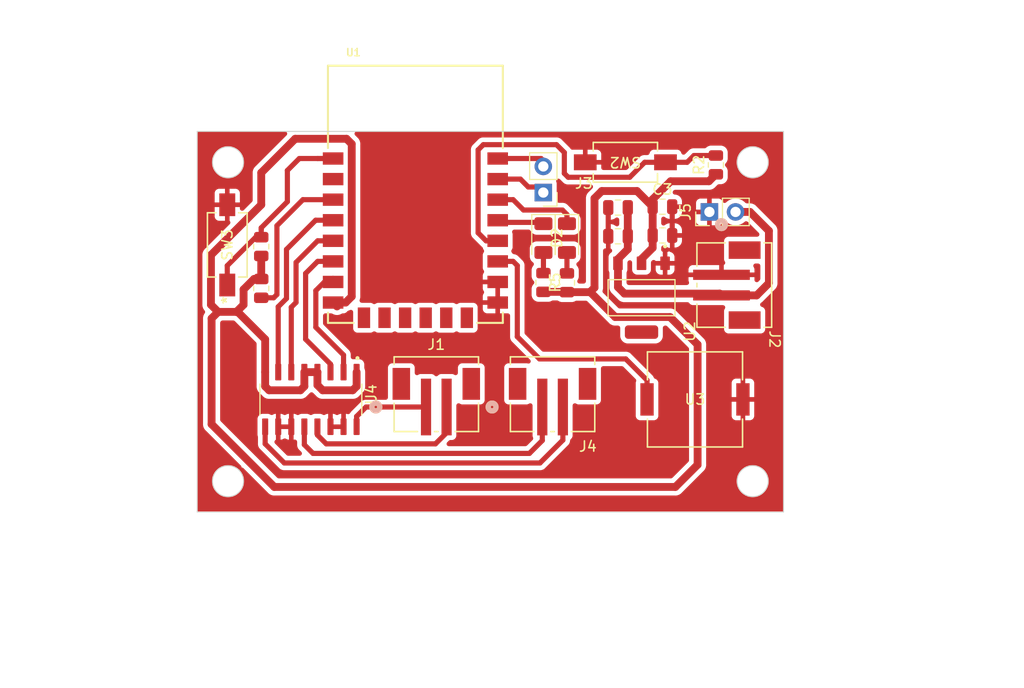
<source format=kicad_pcb>
(kicad_pcb (version 20221018) (generator pcbnew)
  (layers (0 "F.Cu" signal) (31 "B.Cu" signal) (34 "B.Paste" user) (35 "F.Paste" user) (36 "B.SilkS" user "B.Silkscreen") (37 "F.SilkS" user "F.Silkscreen") (38 "B.Mask" user) (39 "F.Mask" user) (44 "Edge.Cuts" user))
  (net 0 "")
  (net 1 "GND")
  (net 2 "VCC")
  (net 3 "/LED2")
  (net 4 "Net-(D1-A)")
  (net 5 "/LED1")
  (net 6 "Net-(J3-Pin_1)")
  (net 7 "Net-(J3-Pin_2)")
  (net 8 "Net-(U1-RST)")
  (net 9 "/boot")
  (net 10 "Net-(U1-EN)")
  (net 12 "/buzzer")
  (net 19 "/VIN")
  (net 20 "Net-(U4A-OUTA1)")
  (net 21 "Net-(D2-A)")
  (net 22 "Net-(U4A-OUTB1)")
  (net 23 "Net-(U4A-OUTA2)")
  (net 24 "Net-(U4A-OUTB2)")
  (net 25 "/in4")
  (net 26 "/in3")
  (net 27 "/in1")
  (net 28 "/in2")
  (footprint "Capacitor_SMD:C_0805_2012Metric" (layer "F.Cu") (at 80.9098 32.4015)
    (fp_text reference "C2" hide)
    (fp_text value "C")
    (fp_line (start -0.261252 -0.735) (end 0.261252 -0.735) (stroke (width 0.12)) (layer "F.SilkS"))
    (fp_line (start -0.261252 0.735) (end 0.261252 0.735) (stroke (width 0.12)) (layer "F.SilkS"))
    (pad "1" smd roundrect (at -0.95 0) (size 1 1.45) (layers "F.Cu" "F.Paste" "F.Mask") (net 1 "GND"))
    (pad "2" smd roundrect (at 0.95 0) (size 1 1.45) (layers "F.Cu" "F.Paste" "F.Mask") (net 19 "/VIN"))
  )
  (footprint "esp_lib:CONN_B2B-PH-SM4-TBLFSN_JST" (layer "F.Cu") (at 63.246 50.546)
    (fp_text reference "J1" (at 0 -4.826 unlocked) (layer "F.SilkS"))
    (fp_text value "B2B-PH-SM4-TBLFSN" hide)
    (fp_circle (center -5.8801 1.244801) (end -5.4991 1.244801) (stroke (width 0.508)) (fill none) (layer "B.SilkS"))
    (fp_line (start -4.1021 -3.6322) (end -4.1021 -2.88734) (stroke (width 0.1524)) (layer "F.SilkS"))
    (fp_line (start -4.1021 0.87694) (end -4.1021 3.6322) (stroke (width 0.1524)) (layer "F.SilkS"))
    (fp_line (start -4.1021 3.6322) (end -1.828041 3.6322) (stroke (width 0.1524)) (layer "F.SilkS"))
    (fp_line (start -0.171961 3.6322) (end 0.171961 3.6322) (stroke (width 0.1524)) (layer "F.SilkS"))
    (fp_line (start 1.828041 3.6322) (end 4.1021 3.6322) (stroke (width 0.1524)) (layer "F.SilkS"))
    (fp_line (start 4.1021 -3.6322) (end -4.1021 -3.6322) (stroke (width 0.1524)) (layer "F.SilkS"))
    (fp_line (start 4.1021 -2.88734) (end 4.1021 -3.6322) (stroke (width 0.1524)) (layer "F.SilkS"))
    (fp_line (start 4.1021 3.6322) (end 4.1021 0.87694) (stroke (width 0.1524)) (layer "F.SilkS"))
    (fp_circle (center -5.8801 1.244801) (end -5.4991 1.244801) (stroke (width 0.508)) (fill none) (layer "F.SilkS"))
    (pad "1" smd rect (at -1.000001 1.244801) (size 0.9906 5.5118) (layers "F.Cu" "F.Paste" "F.Mask") (net 20 "Net-(U4A-OUTA1)"))
    (pad "2" smd rect (at 1.000001 1.244801) (size 0.9906 5.5118) (layers "F.Cu" "F.Paste" "F.Mask") (net 22 "Net-(U4A-OUTB1)"))
    (pad "3" smd rect (at -3.399998 -1.0052 90) (size 3.0988 1.7018) (layers "F.Cu" "F.Paste" "F.Mask"))
    (pad "4" smd rect (at 3.399998 -1.0052 90) (size 3.0988 1.7018) (layers "F.Cu" "F.Paste" "F.Mask"))
  )
  (footprint "LED_SMD:LED_1206_3216Metric" (layer "F.Cu") (at 73.66 35.368 -90)
    (fp_text reference "D2" (at 0 -1.312 90) (layer "F.SilkS"))
    (fp_text value "LED" hide)
    (fp_line (start -2.285 -1.135) (end -2.285 1.135) (stroke (width 0.12)) (layer "F.SilkS"))
    (fp_line (start -2.285 1.135) (end 1.6 1.135) (stroke (width 0.12)) (layer "F.SilkS"))
    (fp_line (start 1.6 -1.135) (end -2.285 -1.135) (stroke (width 0.12)) (layer "F.SilkS"))
    (pad "1" smd roundrect (at -1.4 0 270) (size 1.25 1.75) (layers "F.Cu" "F.Paste" "F.Mask") (roundrect_rratio 0.2) (net 5 "/LED1"))
    (pad "2" smd roundrect (at 1.4 0 270) (size 1.25 1.75) (layers "F.Cu" "F.Paste" "F.Mask") (roundrect_rratio 0.2) (net 21 "Net-(D2-A)"))
  )
  (footprint "esp_lib:ESP-12F" (layer "F.Cu") (at 61.214 31.115)
    (fp_text reference "U1" (at -6.03654 -13.788698) (layer "F.SilkS") (effects (font (size 0.700469 0.700469))))
    (fp_text value "ESP-12F")
    (fp_line (start -8.5 -12.5) (end -8.5 -4.5) (stroke (width 0.2)) (layer "F.SilkS"))
    (fp_line (start -8.5 -12.5) (end 8.5 -12.5) (stroke (width 0.2)) (layer "F.SilkS"))
    (fp_line (start -8.5 11.5) (end -8.5 12.5) (stroke (width 0.2)) (layer "F.SilkS"))
    (fp_line (start -8.5 12.5) (end -6 12.5) (stroke (width 0.2)) (layer "F.SilkS"))
    (fp_line (start 8.5 -12.5) (end 8.5 -4.5) (stroke (width 0.2)) (layer "F.SilkS"))
    (fp_line (start 8.5 12.5) (end 6 12.5) (stroke (width 0.2)) (layer "F.SilkS"))
    (fp_line (start 8.5 12.5) (end 8.5 11.5) (stroke (width 0.2)) (layer "F.SilkS"))
    (pad "1" smd rect (at -8 -3.48) (size 2 1.2) (layers "F.Cu" "F.Paste" "F.Mask") (net 8 "Net-(U1-RST)"))
    (pad "2" smd rect (at -8 -1.48) (size 2 1.2) (layers "F.Cu" "F.Paste" "F.Mask"))
    (pad "3" smd rect (at -8 0.52) (size 2 1.2) (layers "F.Cu" "F.Paste" "F.Mask") (net 10 "Net-(U1-EN)"))
    (pad "4" smd rect (at -8 2.52) (size 2 1.2) (layers "F.Cu" "F.Paste" "F.Mask") (net 28 "/in2"))
    (pad "5" smd rect (at -8 4.52) (size 2 1.2) (layers "F.Cu" "F.Paste" "F.Mask") (net 27 "/in1"))
    (pad "6" smd rect (at -8 6.52) (size 2 1.2) (layers "F.Cu" "F.Paste" "F.Mask") (net 25 "/in4"))
    (pad "7" smd rect (at -8 8.52) (size 2 1.2) (layers "F.Cu" "F.Paste" "F.Mask") (net 26 "/in3"))
    (pad "8" smd rect (at -8 10.52) (size 2 1.2) (layers "F.Cu" "F.Paste" "F.Mask") (net 2 "VCC"))
    (pad "9" smd rect (at -5 12 90) (size 2 1.2) (layers "F.Cu" "F.Paste" "F.Mask"))
    (pad "10" smd rect (at -3 12 90) (size 2 1.2) (layers "F.Cu" "F.Paste" "F.Mask"))
    (pad "11" smd rect (at -1 12 90) (size 2 1.2) (layers "F.Cu" "F.Paste" "F.Mask"))
    (pad "12" smd rect (at 1 12 90) (size 2 1.2) (layers "F.Cu" "F.Paste" "F.Mask"))
    (pad "13" smd rect (at 3 12 90) (size 2 1.2) (layers "F.Cu" "F.Paste" "F.Mask"))
    (pad "14" smd rect (at 5 12 90) (size 2 1.2) (layers "F.Cu" "F.Paste" "F.Mask"))
    (pad "15" smd rect (at 8 10.52) (size 2 1.2) (layers "F.Cu" "F.Paste" "F.Mask") (net 1 "GND"))
    (pad "16" smd rect (at 8 8.52) (size 2 1.2) (layers "F.Cu" "F.Paste" "F.Mask") (net 1 "GND"))
    (pad "17" smd rect (at 8 6.52) (size 2 1.2) (layers "F.Cu" "F.Paste" "F.Mask") (net 12 "/buzzer"))
    (pad "18" smd rect (at 8 4.52) (size 2 1.2) (layers "F.Cu" "F.Paste" "F.Mask") (net 9 "/boot"))
    (pad "19" smd rect (at 8 2.52) (size 2 1.2) (layers "F.Cu" "F.Paste" "F.Mask") (net 5 "/LED1"))
    (pad "20" smd rect (at 8 0.52) (size 2 1.2) (layers "F.Cu" "F.Paste" "F.Mask") (net 3 "/LED2"))
    (pad "21" smd rect (at 8 -1.48) (size 2 1.2) (layers "F.Cu" "F.Paste" "F.Mask") (net 6 "Net-(J3-Pin_1)"))
    (pad "22" smd rect (at 8 -3.48) (size 2 1.2) (layers "F.Cu" "F.Paste" "F.Mask") (net 7 "Net-(J3-Pin_2)"))
  )
  (footprint "esp_lib:RS-282G05A3-SM RT_CNK" (layer "F.Cu") (at 42.926 36.031698 90)
    (fp_text reference "SW3" (at 0 0 90 unlocked) (layer "F.SilkS"))
    (fp_text value "RS-282G05A3-SM RT")
    (fp_text user "*" (at -5.3866 0 90 unlocked) (layer "F.SilkS"))
    (fp_text user "*" (at -5.3866 0 90) (layer "F.SilkS"))
    (fp_line (start -3.1242 -1.9304) (end -3.1242 -1.10744) (stroke (width 0.1524)) (layer "F.SilkS"))
    (fp_line (start -3.1242 1.10744) (end -3.1242 1.9304) (stroke (width 0.1524)) (layer "F.SilkS"))
    (fp_line (start -3.1242 1.9304) (end 3.1242 1.9304) (stroke (width 0.1524)) (layer "F.SilkS"))
    (fp_line (start 3.1242 -1.9304) (end -3.1242 -1.9304) (stroke (width 0.1524)) (layer "F.SilkS"))
    (fp_line (start 3.1242 -1.10744) (end 3.1242 -1.9304) (stroke (width 0.1524)) (layer "F.SilkS"))
    (fp_line (start 3.1242 1.9304) (end 3.1242 1.10744) (stroke (width 0.1524)) (layer "F.SilkS"))
    (pad "1" smd rect (at -3.900698 0 90) (size 2.2098 1.5494) (layers "F.Cu" "F.Paste" "F.Mask") (net 8 "Net-(U1-RST)"))
    (pad "2" smd rect (at 3.900698 0 90) (size 2.2098 1.5494) (layers "F.Cu" "F.Paste" "F.Mask") (net 1 "GND"))
  )
  (footprint "Resistor_SMD:R_0805_2012Metric" (layer "F.Cu") (at 90.424 28.256 90)
    (fp_text reference "R2" (at 0 -1.65 90) (layer "F.SilkS"))
    (fp_text value "R")
    (fp_line (start -0.227064 -0.735) (end 0.227064 -0.735) (stroke (width 0.12)) (layer "F.SilkS"))
    (fp_line (start -0.227064 0.735) (end 0.227064 0.735) (stroke (width 0.12)) (layer "F.SilkS"))
    (pad "1" smd roundrect (at -0.9125 0 90) (size 1.025 1.4) (layers "F.Cu" "F.Paste" "F.Mask") (roundrect_rratio 0.243902439) (net 2 "VCC"))
    (pad "2" smd roundrect (at 0.9125 0 90) (size 1.025 1.4) (layers "F.Cu" "F.Paste" "F.Mask") (roundrect_rratio 0.243902439) (net 9 "/boot"))
  )
  (footprint "Connector_PinHeader_2.54mm:PinHeader_1x02_P2.54mm_Vertical" (layer "F.Cu") (at 89.7948 32.828 90)
    (fp_text reference "J5" (at 0 -2.33 90) (layer "F.SilkS"))
    (fp_text value "Conn_01x02_Pin")
    (fp_line (start -1.33 -1.33) (end 0 -1.33) (stroke (width 0.12)) (layer "F.SilkS"))
    (fp_line (start -1.33 0) (end -1.33 -1.33) (stroke (width 0.12)) (layer "F.SilkS"))
    (fp_line (start -1.33 1.27) (end -1.33 3.87) (stroke (width 0.12)) (layer "F.SilkS"))
    (fp_line (start -1.33 1.27) (end 1.33 1.27) (stroke (width 0.12)) (layer "F.SilkS"))
    (fp_line (start -1.33 3.87) (end 1.33 3.87) (stroke (width 0.12)) (layer "F.SilkS"))
    (fp_line (start 1.33 1.27) (end 1.33 3.87) (stroke (width 0.12)) (layer "F.SilkS"))
    (pad "1" thru_hole rect (at 0 0 90) (size 1.7 1.7) (drill 1) (layers "*.Cu" "*.Mask") (net 1 "GND"))
    (pad "2" thru_hole oval (at 0 2.54 90) (size 1.7 1.7) (drill 1) (layers "*.Cu" "*.Mask") (net 19 "/VIN"))
  )
  (footprint "Resistor_SMD:R_0805_2012Metric" (layer "F.Cu") (at 46.228 36.195 -90)
    (fp_text reference "R1" hide)
    (fp_text value "R" hide)
    (fp_line (start -0.227064 -0.735) (end 0.227064 -0.735) (stroke (width 0.12)) (layer "F.SilkS"))
    (fp_line (start -0.227064 0.735) (end 0.227064 0.735) (stroke (width 0.12)) (layer "F.SilkS"))
    (pad "1" smd roundrect (at -0.9125 0 270) (size 1.025 1.4) (layers "F.Cu" "F.Paste" "F.Mask") (roundrect_rratio 0.243902439) (net 8 "Net-(U1-RST)"))
    (pad "2" smd roundrect (at 0.9125 0 270) (size 1.025 1.4) (layers "F.Cu" "F.Paste" "F.Mask") (roundrect_rratio 0.243902439) (net 2 "VCC"))
  )
  (footprint "esp_lib:SM_CPT_9X9_CUD" (layer "F.Cu") (at 88.392 51.054)
    (fp_text reference "U3" (at 0 0 unlocked) (layer "F.SilkS"))
    (fp_text value "CPT-9019S-SMT-TR")
    (fp_line (start -4.6228 -4.6228) (end -4.6228 -1.90754) (stroke (width 0.1524)) (layer "F.SilkS"))
    (fp_line (start -4.6228 1.90754) (end -4.6228 4.6228) (stroke (width 0.1524)) (layer "F.SilkS"))
    (fp_line (start -4.6228 4.6228) (end 4.6228 4.6228) (stroke (width 0.1524)) (layer "F.SilkS"))
    (fp_line (start 4.6228 -4.6228) (end -4.6228 -4.6228) (stroke (width 0.1524)) (layer "F.SilkS"))
    (fp_line (start 4.6228 -1.90754) (end 4.6228 -4.6228) (stroke (width 0.1524)) (layer "F.SilkS"))
    (fp_line (start 4.6228 4.6228) (end 4.6228 1.90754) (stroke (width 0.1524)) (layer "F.SilkS"))
    (pad "1" smd rect (at -4.6609 0) (size 1.2954 3.1496) (layers "F.Cu" "F.Paste" "F.Mask") (net 12 "/buzzer"))
    (pad "2" smd rect (at 4.6609 0) (size 1.2954 3.1496) (layers "F.Cu" "F.Paste" "F.Mask") (net 1 "GND"))
  )
  (footprint "Capacitor_SMD:C_0805_2012Metric" (layer "F.Cu") (at 85.2278 32.32)
    (fp_text reference "C3" (at 0 -1.68) (layer "F.SilkS"))
    (fp_text value "C")
    (fp_line (start -0.261252 -0.735) (end 0.261252 -0.735) (stroke (width 0.12)) (layer "F.SilkS"))
    (fp_line (start -0.261252 0.735) (end 0.261252 0.735) (stroke (width 0.12)) (layer "F.SilkS"))
    (pad "1" smd roundrect (at -0.95 0) (size 1 1.45) (layers "F.Cu" "F.Paste" "F.Mask") (net 2 "VCC"))
    (pad "2" smd roundrect (at 0.95 0) (size 1 1.45) (layers "F.Cu" "F.Paste" "F.Mask") (net 1 "GND"))
  )
  (footprint "esp_lib:SOT229P700X180-4N" (layer "F.Cu") (at 83.1958 41.1645 -90)
    (fp_text reference "U2" (at 3.2755 -4.695 90) (layer "F.SilkS"))
    (fp_text value "AMS1117-3.3" hide)
    (fp_line (start -1.7525 -3.2525) (end 1.7525 -3.2525) (stroke (width 0.127)) (layer "F.SilkS"))
    (fp_line (start -1.7525 3.2525) (end -1.7525 -3.2525) (stroke (width 0.127)) (layer "F.SilkS"))
    (fp_line (start 1.7525 -3.2525) (end 1.7525 3.2525) (stroke (width 0.127)) (layer "F.SilkS"))
    (fp_line (start 1.7525 3.2525) (end -1.7525 3.2525) (stroke (width 0.127)) (layer "F.SilkS"))
    (fp_circle (center -5 -2.29) (end -4.9 -2.29) (stroke (width 0.2)) (fill none) (layer "F.SilkS"))
    (pad "1" smd roundrect (at -3.345 -2.29 270) (size 1.31 0.93) (layers "F.Cu" "F.Paste" "F.Mask") (roundrect_rratio 0.07) (net 1 "GND"))
    (pad "2" smd roundrect (at -3.345 0 270) (size 1.31 0.93) (layers "F.Cu" "F.Paste" "F.Mask") (roundrect_rratio 0.07) (net 2 "VCC"))
    (pad "3" smd roundrect (at -3.345 2.29 270) (size 1.31 0.93) (layers "F.Cu" "F.Paste" "F.Mask") (roundrect_rratio 0.07) (net 19 "/VIN"))
    (pad "4" smd roundrect (at 3.345 0 270) (size 1.31 3.24) (layers "F.Cu" "F.Paste" "F.Mask") (roundrect_rratio 0.24))
  )
  (footprint "LED_SMD:LED_1206_3216Metric" (layer "F.Cu") (at 75.946 35.368 -90)
    (fp_text reference "D1" hide)
    (fp_text value "LED" hide)
    (fp_line (start -2.285 -1.135) (end -2.285 1.135) (stroke (width 0.12)) (layer "F.SilkS"))
    (fp_line (start -2.285 1.135) (end 1.6 1.135) (stroke (width 0.12)) (layer "F.SilkS"))
    (fp_line (start 1.6 -1.135) (end -2.285 -1.135) (stroke (width 0.12)) (layer "F.SilkS"))
    (pad "1" smd roundrect (at -1.4 0 270) (size 1.25 1.75) (layers "F.Cu" "F.Paste" "F.Mask") (roundrect_rratio 0.2) (net 3 "/LED2"))
    (pad "2" smd roundrect (at 1.4 0 270) (size 1.25 1.75) (layers "F.Cu" "F.Paste" "F.Mask") (roundrect_rratio 0.2) (net 4 "Net-(D1-A)"))
  )
  (footprint "esp_lib:MX1508" (layer "F.Cu") (at 51.054 51.054 -90)
    (fp_text reference "U4" (at -0.485 -5.872 90) (layer "F.SilkS"))
    (fp_text value "MX1508")
    (fp_line (start -1.5 -4.95) (end 1.5 -4.95) (stroke (width 0.127)) (layer "F.SilkS"))
    (fp_line (start -1.5 4.95) (end 1.5 4.95) (stroke (width 0.127)) (layer "F.SilkS"))
    (fp_circle (center -4.011 -4.527) (end -3.911 -4.527) (stroke (width 0.2)) (fill none) (layer "F.SilkS"))
    (pad "1" smd roundrect (at -2.655 -4.445 270) (size 1.61 0.59) (layers "F.Cu" "F.Paste" "F.Mask") (roundrect_rratio 0.125) (net 2 "VCC"))
    (pad "2" smd roundrect (at -2.655 -3.175 270) (size 1.61 0.59) (layers "F.Cu" "F.Paste" "F.Mask") (roundrect_rratio 0.125) (net 26 "/in3"))
    (pad "3" smd roundrect (at -2.655 -1.905 270) (size 1.61 0.59) (layers "F.Cu" "F.Paste" "F.Mask") (roundrect_rratio 0.125) (net 25 "/in4"))
    (pad "4" smd roundrect (at -2.655 -0.635 270) (size 1.61 0.59) (layers "F.Cu" "F.Paste" "F.Mask") (roundrect_rratio 0.125) (net 2 "VCC"))
    (pad "5" smd roundrect (at -2.655 0.635 270) (size 1.61 0.59) (layers "F.Cu" "F.Paste" "F.Mask") (roundrect_rratio 0.125) (net 2 "VCC"))
    (pad "6" smd roundrect (at -2.655 1.905 270) (size 1.61 0.59) (layers "F.Cu" "F.Paste" "F.Mask") (roundrect_rratio 0.125) (net 27 "/in1"))
    (pad "7" smd roundrect (at -2.655 3.175 270) (size 1.61 0.59) (layers "F.Cu" "F.Paste" "F.Mask") (roundrect_rratio 0.125) (net 28 "/in2"))
    (pad "8" smd roundrect (at -2.655 4.445 270) (size 1.61 0.59) (layers "F.Cu" "F.Paste" "F.Mask") (roundrect_rratio 0.125) (net 2 "VCC"))
    (pad "9" smd roundrect (at 2.655 4.445 270) (size 1.61 0.59) (layers "F.Cu" "F.Paste" "F.Mask") (roundrect_rratio 0.125) (net 24 "Net-(U4A-OUTB2)"))
    (pad "10" smd roundrect (at 2.655 3.175 270) (size 1.61 0.59) (layers "F.Cu" "F.Paste" "F.Mask") (roundrect_rratio 0.125) (net 1 "GND"))
    (pad "11" smd roundrect (at 2.655 1.905 270) (size 1.61 0.59) (layers "F.Cu" "F.Paste" "F.Mask") (roundrect_rratio 0.125) (net 1 "GND"))
    (pad "12" smd roundrect (at 2.655 0.635 270) (size 1.61 0.59) (layers "F.Cu" "F.Paste" "F.Mask") (roundrect_rratio 0.125) (net 23 "Net-(U4A-OUTA2)"))
    (pad "13" smd roundrect (at 2.655 -0.635 270) (size 1.61 0.59) (layers "F.Cu" "F.Paste" "F.Mask") (roundrect_rratio 0.125) (net 22 "Net-(U4A-OUTB1)"))
    (pad "14" smd roundrect (at 2.655 -1.905 270) (size 1.61 0.59) (layers "F.Cu" "F.Paste" "F.Mask") (roundrect_rratio 0.125) (net 1 "GND"))
    (pad "15" smd roundrect (at 2.655 -3.175 270) (size 1.61 0.59) (layers "F.Cu" "F.Paste" "F.Mask") (roundrect_rratio 0.125) (net 1 "GND"))
    (pad "16" smd roundrect (at 2.655 -4.445 270) (size 1.61 0.59) (layers "F.Cu" "F.Paste" "F.Mask") (roundrect_rratio 0.125) (net 20 "Net-(U4A-OUTA1)"))
  )
  (footprint "Capacitor_SMD:C_0805_2012Metric" (layer "F.Cu") (at 85.2278 35.114)
    (fp_text reference "C4" hide)
    (fp_text value "C")
    (fp_line (start -0.261252 -0.735) (end 0.261252 -0.735) (stroke (width 0.12)) (layer "F.SilkS"))
    (fp_line (start -0.261252 0.735) (end 0.261252 0.735) (stroke (width 0.12)) (layer "F.SilkS"))
    (pad "1" smd roundrect (at -0.95 0) (size 1 1.45) (layers "F.Cu" "F.Paste" "F.Mask") (net 2 "VCC"))
    (pad "2" smd roundrect (at 0.95 0) (size 1 1.45) (layers "F.Cu" "F.Paste" "F.Mask") (net 1 "GND"))
  )
  (footprint "esp_lib:CONN_B2B-PH-SM4-TBLFSN_JST" (layer "F.Cu") (at 92.2128 39.94 -90)
    (fp_text reference "J2" (at 5.272 -3.9262 -90 unlocked) (layer "F.SilkS"))
    (fp_text value "B2B-PH-SM4-TBLFSN" hide)
    (fp_circle (center -5.8801 1.244801) (end -5.4991 1.244801) (stroke (width 0.508)) (fill none) (layer "B.SilkS"))
    (fp_line (start -4.1021 -3.6322) (end -4.1021 -2.88734) (stroke (width 0.1524)) (layer "F.SilkS"))
    (fp_line (start -4.1021 0.87694) (end -4.1021 3.6322) (stroke (width 0.1524)) (layer "F.SilkS"))
    (fp_line (start -4.1021 3.6322) (end -1.828041 3.6322) (stroke (width 0.1524)) (layer "F.SilkS"))
    (fp_line (start -0.171961 3.6322) (end 0.171961 3.6322) (stroke (width 0.1524)) (layer "F.SilkS"))
    (fp_line (start 1.828041 3.6322) (end 4.1021 3.6322) (stroke (width 0.1524)) (layer "F.SilkS"))
    (fp_line (start 4.1021 -3.6322) (end -4.1021 -3.6322) (stroke (width 0.1524)) (layer "F.SilkS"))
    (fp_line (start 4.1021 -2.88734) (end 4.1021 -3.6322) (stroke (width 0.1524)) (layer "F.SilkS"))
    (fp_line (start 4.1021 3.6322) (end 4.1021 0.87694) (stroke (width 0.1524)) (layer "F.SilkS"))
    (fp_circle (center -5.8801 1.244801) (end -5.4991 1.244801) (stroke (width 0.508)) (fill none) (layer "F.SilkS"))
    (pad "1" smd rect (at -1.000001 1.244801 270) (size 0.9906 5.5118) (layers "F.Cu" "F.Paste" "F.Mask") (net 1 "GND"))
    (pad "2" smd rect (at 1.000001 1.244801 270) (size 0.9906 5.5118) (layers "F.Cu" "F.Paste" "F.Mask") (net 19 "/VIN"))
    (pad "3" smd rect (at -3.399998 -1.0052) (size 3.0988 1.7018) (layers "F.Cu" "F.Paste" "F.Mask"))
    (pad "4" smd rect (at 3.399998 -1.0052) (size 3.0988 1.7018) (layers "F.Cu" "F.Paste" "F.Mask"))
  )
  (footprint "Resistor_SMD:R_0805_2012Metric" (layer "F.Cu") (at 75.946 39.7125 90)
    (fp_text reference "R7" hide)
    (fp_text value "R" hide)
    (fp_line (start -0.227064 -0.735) (end 0.227064 -0.735) (stroke (width 0.12)) (layer "F.SilkS"))
    (fp_line (start -0.227064 0.735) (end 0.227064 0.735) (stroke (width 0.12)) (layer "F.SilkS"))
    (pad "1" smd roundrect (at -0.9125 0 90) (size 1.025 1.4) (layers "F.Cu" "F.Paste" "F.Mask") (roundrect_rratio 0.243902439) (net 2 "VCC"))
    (pad "2" smd roundrect (at 0.9125 0 90) (size 1.025 1.4) (layers "F.Cu" "F.Paste" "F.Mask") (roundrect_rratio 0.243902439) (net 4 "Net-(D1-A)"))
  )
  (footprint "Capacitor_SMD:C_0805_2012Metric" (layer "F.Cu") (at 80.9098 35.1955)
    (fp_text reference "C1" hide)
    (fp_text value "C")
    (fp_line (start -0.261252 -0.735) (end 0.261252 -0.735) (stroke (width 0.12)) (layer "F.SilkS"))
    (fp_line (start -0.261252 0.735) (end 0.261252 0.735) (stroke (width 0.12)) (layer "F.SilkS"))
    (pad "1" smd roundrect (at -0.95 0) (size 1 1.45) (layers "F.Cu" "F.Paste" "F.Mask") (net 1 "GND"))
    (pad "2" smd roundrect (at 0.95 0) (size 1 1.45) (layers "F.Cu" "F.Paste" "F.Mask") (net 19 "/VIN"))
  )
  (footprint "Resistor_SMD:R_0805_2012Metric" (layer "F.Cu") (at 46.228 40.259 90)
    (fp_text reference "R4" hide)
    (fp_text value "R" hide)
    (fp_line (start -0.227064 -0.735) (end 0.227064 -0.735) (stroke (width 0.12)) (layer "F.SilkS"))
    (fp_line (start -0.227064 0.735) (end 0.227064 0.735) (stroke (width 0.12)) (layer "F.SilkS"))
    (pad "1" smd roundrect (at -0.9125 0 90) (size 1.025 1.4) (layers "F.Cu" "F.Paste" "F.Mask") (roundrect_rratio 0.243902439) (net 10 "Net-(U1-EN)"))
    (pad "2" smd roundrect (at 0.9125 0 90) (size 1.025 1.4) (layers "F.Cu" "F.Paste" "F.Mask") (roundrect_rratio 0.243902439) (net 2 "VCC"))
  )
  (footprint "esp_lib:RS-282G05A3-SM RT_CNK" (layer "F.Cu") (at 81.624698 28.002 180)
    (fp_text reference "SW2" (at 0 0 180 unlocked) (layer "F.SilkS"))
    (fp_text value "RS-282G05A3-SM RT")
    (fp_line (start -3.1242 -1.9304) (end -3.1242 -1.10744) (stroke (width 0.1524)) (layer "F.SilkS"))
    (fp_line (start -3.1242 1.10744) (end -3.1242 1.9304) (stroke (width 0.1524)) (layer "F.SilkS"))
    (fp_line (start -3.1242 1.9304) (end 3.1242 1.9304) (stroke (width 0.1524)) (layer "F.SilkS"))
    (fp_line (start 3.1242 -1.9304) (end -3.1242 -1.9304) (stroke (width 0.1524)) (layer "F.SilkS"))
    (fp_line (start 3.1242 -1.10744) (end 3.1242 -1.9304) (stroke (width 0.1524)) (layer "F.SilkS"))
    (fp_line (start 3.1242 1.9304) (end 3.1242 1.10744) (stroke (width 0.1524)) (layer "F.SilkS"))
    (pad "1" smd rect (at -3.900698 0 180) (size 2.2098 1.5494) (layers "F.Cu" "F.Paste" "F.Mask") (net 9 "/boot"))
    (pad "2" smd rect (at 3.900698 0 180) (size 2.2098 1.5494) (layers "F.Cu" "F.Paste" "F.Mask") (net 1 "GND"))
  )
  (footprint "esp_lib:CONN_B2B-PH-SM4-TBLFSN_JST" (layer "F.Cu") (at 74.549 50.546)
    (fp_text reference "J4" (at 3.429 5.08 unlocked) (layer "F.SilkS"))
    (fp_text value "B2B-PH-SM4-TBLFSN" hide)
    (fp_circle (center -5.8801 1.244801) (end -5.4991 1.244801) (stroke (width 0.508)) (fill none) (layer "B.SilkS"))
    (fp_line (start -4.1021 -3.6322) (end -4.1021 -2.88734) (stroke (width 0.1524)) (layer "F.SilkS"))
    (fp_line (start -4.1021 0.87694) (end -4.1021 3.6322) (stroke (width 0.1524)) (layer "F.SilkS"))
    (fp_line (start -4.1021 3.6322) (end -1.828041 3.6322) (stroke (width 0.1524)) (layer "F.SilkS"))
    (fp_line (start -0.171961 3.6322) (end 0.171961 3.6322) (stroke (width 0.1524)) (layer "F.SilkS"))
    (fp_line (start 1.828041 3.6322) (end 4.1021 3.6322) (stroke (width 0.1524)) (layer "F.SilkS"))
    (fp_line (start 4.1021 -3.6322) (end -4.1021 -3.6322) (stroke (width 0.1524)) (layer "F.SilkS"))
    (fp_line (start 4.1021 -2.88734) (end 4.1021 -3.6322) (stroke (width 0.1524)) (layer "F.SilkS"))
    (fp_line (start 4.1021 3.6322) (end 4.1021 0.87694) (stroke (width 0.1524)) (layer "F.SilkS"))
    (fp_circle (center -5.8801 1.244801) (end -5.4991 1.244801) (stroke (width 0.508)) (fill none) (layer "F.SilkS"))
    (pad "1" smd rect (at -1.000001 1.244801) (size 0.9906 5.5118) (layers "F.Cu" "F.Paste" "F.Mask") (net 23 "Net-(U4A-OUTA2)"))
    (pad "2" smd rect (at 1.000001 1.244801) (size 0.9906 5.5118) (layers "F.Cu" "F.Paste" "F.Mask") (net 24 "Net-(U4A-OUTB2)"))
    (pad "3" smd rect (at -3.399998 -1.0052 90) (size 3.0988 1.7018) (layers "F.Cu" "F.Paste" "F.Mask"))
    (pad "4" smd rect (at 3.399998 -1.0052 90) (size 3.0988 1.7018) (layers "F.Cu" "F.Paste" "F.Mask"))
  )
  (footprint "Connector_PinHeader_2.54mm:PinHeader_1x02_P2.54mm_Vertical" (layer "F.Cu") (at 73.647968 30.944 180)
    (fp_text reference "J3" (at -3.937 0.889 180) (layer "F.SilkS"))
    (fp_text value "Conn_01x02_Pin" hide)
    (fp_line (start -1.33 -1.33) (end 0 -1.33) (stroke (width 0.12)) (layer "F.SilkS"))
    (fp_line (start -1.33 0) (end -1.33 -1.33) (stroke (width 0.12)) (layer "F.SilkS"))
    (fp_line (start -1.33 1.27) (end -1.33 3.87) (stroke (width 0.12)) (layer "F.SilkS"))
    (fp_line (start -1.33 1.27) (end 1.33 1.27) (stroke (width 0.12)) (layer "F.SilkS"))
    (fp_line (start -1.33 3.87) (end 1.33 3.87) (stroke (width 0.12)) (layer "F.SilkS"))
    (fp_line (start 1.33 1.27) (end 1.33 3.87) (stroke (width 0.12)) (layer "F.SilkS"))
    (pad "1" thru_hole rect (at 0 0 180) (size 1.7 1.7) (drill 1) (layers "*.Cu" "*.Mask") (net 6 "Net-(J3-Pin_1)"))
    (pad "2" thru_hole oval (at 0 2.54 180) (size 1.7 1.7) (drill 1) (layers "*.Cu" "*.Mask") (net 7 "Net-(J3-Pin_2)"))
  )
  (footprint "Resistor_SMD:R_0805_2012Metric" (layer "F.Cu") (at 73.66 39.686 -90)
    (fp_text reference "R5" (at 0 -1.142 90) (layer "F.SilkS"))
    (fp_text value "R" hide)
    (fp_line (start -0.227064 -0.735) (end 0.227064 -0.735) (stroke (width 0.12)) (layer "F.SilkS"))
    (fp_line (start -0.227064 0.735) (end 0.227064 0.735) (stroke (width 0.12)) (layer "F.SilkS"))
    (pad "1" smd roundrect (at -0.9125 0 270) (size 1.025 1.4) (layers "F.Cu" "F.Paste" "F.Mask") (roundrect_rratio 0.243902439) (net 21 "Net-(D2-A)"))
    (pad "2" smd roundrect (at 0.9125 0 270) (size 1.025 1.4) (layers "F.Cu" "F.Paste" "F.Mask") (roundrect_rratio 0.243902439) (net 2 "VCC"))
  )
  (gr_circle (center 43 28) (end 44.51 28) (stroke (width 0.1)) (fill none) (layer "Edge.Cuts"))
  (gr_circle (center 94 59) (end 95.51 59) (stroke (width 0.1)) (fill none) (layer "Edge.Cuts"))
  (gr_circle (center 94 28) (end 95.51 28) (stroke (width 0.1)) (fill none) (layer "Edge.Cuts"))
  (gr_circle (center 43 59) (end 44.51 59) (stroke (width 0.1)) (fill none) (layer "Edge.Cuts"))
  (gr_rect (start 40 25) (end 97 62) (stroke (width 0.1)) (fill none) (layer "Edge.Cuts"))
  (segment (start 79.9598 32.4015) (end 79.9598 35.1955) (width 0.5) (layer "F.Cu") (net 1))
  (segment (start 86.1778 32.32) (end 86.1778 35.114) (width 0.5) (layer "F.Cu") (net 1))
  (segment (start 46.228 37.3615) (end 46.228 39.0925) (width 0.762) (layer "F.Cu") (net 2))
  (segment (start 51.689 49.657) (end 51.689 48.399) (width 0.762) (layer "F.Cu") (net 2))
  (segment (start 53.214 41.635) (end 54.436 41.635) (width 0.762) (layer "F.Cu") (net 2))
  (segment (start 54.517 25.716) (end 49.53 25.716) (width 0.762) (layer "F.Cu") (net 2))
  (segment (start 55.025 41.046) (end 55.025 26.224) (width 0.762) (layer "F.Cu") (net 2))
  (segment (start 78.6238 40.185) (end 78.6238 31.505092) (width 0.762) (layer "F.Cu") (net 2))
  (segment (start 55.499 49.784) (end 55.118 50.165) (width 0.762) (layer "F.Cu") (net 2))
  (segment (start 86.0278 29.845) (end 89.7475 29.845) (width 0.762) (layer "F.Cu") (net 2))
  (segment (start 88.646 45.72) (end 85.9695 43.0435) (width 0.762) (layer "F.Cu") (net 2))
  (segment (start 46.609 49.784) (end 46.99 50.165) (width 0.762) (layer "F.Cu") (net 2))
  (segment (start 50.038 50.165) (end 50.419 49.784) (width 0.762) (layer "F.Cu") (net 2))
  (segment (start 46.228 29.018) (end 46.228 32.131) (width 0.762) (layer "F.Cu") (net 2))
  (segment (start 43.814996 42.545) (end 43.942 42.545) (width 0.762) (layer "F.Cu") (net 2))
  (segment (start 84.2778 36.318) (end 84.2778 35.114) (width 0.762) (layer "F.Cu") (net 2))
  (segment (start 50.419 49.784) (end 50.419 48.399) (width 0.762) (layer "F.Cu") (net 2))
  (segment (start 86.487 59.563) (end 88.646 57.404) (width 0.762) (layer "F.Cu") (net 2))
  (segment (start 54.436 41.635) (end 55.025 41.046) (width 0.762) (layer "F.Cu") (net 2))
  (segment (start 73.66 40.5985) (end 75.9195 40.5985) (width 0.762) (layer "F.Cu") (net 2))
  (segment (start 79.332892 30.796) (end 82.7538 30.796) (width 0.762) (layer "F.Cu") (net 2))
  (segment (start 41.402 43.180004) (end 41.402 53.467) (width 0.762) (layer "F.Cu") (net 2))
  (segment (start 89.7475 29.845) (end 90.424 29.1685) (width 0.762) (layer "F.Cu") (net 2))
  (segment (start 46.482 37.1075) (end 46.228 37.3615) (width 0.762) (layer "F.Cu") (net 2))
  (segment (start 83.1958 37.4) (end 84.2778 36.318) (width 0.762) (layer "F.Cu") (net 2))
  (segment (start 80.6355 43.0435) (end 78.217 40.625) (width 0.762) (layer "F.Cu") (net 2))
  (segment (start 52.197 50.165) (end 51.689 49.657) (width 0.762) (layer "F.Cu") (net 2))
  (segment (start 82.7538 30.796) (end 84.2778 32.32) (width 0.762) (layer "F.Cu") (net 2))
  (segment (start 83.1958 37.8195) (end 83.1958 37.4) (width 0.762) (layer "F.Cu") (net 2))
  (segment (start 53.214 41.635) (end 53.594 42.015) (width 0.762) (layer "F.Cu") (net 2))
  (segment (start 76.2 40.625) (end 78.046 40.625) (width 0.762) (layer "F.Cu") (net 2))
  (segment (start 78.217 40.625) (end 78.1838 40.625) (width 0.762) (layer "F.Cu") (net 2))
  (segment (start 78.6238 31.505092) (end 79.332892 30.796) (width 0.762) (layer "F.Cu") (net 2))
  (segment (start 84.2778 32.32) (end 84.2778 31.595) (width 0.762) (layer "F.Cu") (net 2))
  (segment (start 55.118 50.165) (end 52.197 50.165) (width 0.762) (layer "F.Cu") (net 2))
  (segment (start 78.1838 40.625) (end 78.6238 40.185) (width 0.762) (layer "F.Cu") (net 2))
  (segment (start 49.53 25.716) (end 46.228 29.018) (width 0.762) (layer "F.Cu") (net 2))
  (segment (start 46.609 48.399) (end 46.609 49.784) (width 0.762) (layer "F.Cu") (net 2))
  (segment (start 55.025 26.224) (end 54.517 25.716) (width 0.762) (layer "F.Cu") (net 2))
  (segment (start 84.2778 31.595) (end 86.0278 29.845) (width 0.762) (layer "F.Cu") (net 2))
  (segment (start 47.498 59.563) (end 86.487 59.563) (width 0.762) (layer "F.Cu") (net 2))
  (segment (start 46.99 50.165) (end 50.038 50.165) (width 0.762) (layer "F.Cu") (net 2))
  (segment (start 44.5117 41.848296) (end 44.5117 40.3628) (width 0.762) (layer "F.Cu") (net 2))
  (segment (start 50.419 48.399) (end 51.689 48.399) (width 0.762) (layer "F.Cu") (net 2))
  (segment (start 46.228 32.131) (end 41.3403 37.0187) (width 0.762) (layer "F.Cu") (net 2))
  (segment (start 41.3403 37.0187) (end 41.3403 41.848296) (width 0.762) (layer "F.Cu") (net 2))
  (segment (start 43.814996 42.545) (end 44.5117 41.848296) (width 0.762) (layer "F.Cu") (net 2))
  (segment (start 75.9195 40.5985) (end 75.946 40.625) (width 0.762) (layer "F.Cu") (net 2))
  (segment (start 41.402 53.467) (end 47.498 59.563) (width 0.762) (layer "F.Cu") (net 2))
  (segment (start 42.037004 42.545) (end 43.814996 42.545) (width 0.762) (layer "F.Cu") (net 2))
  (segment (start 41.3403 41.848296) (end 42.037004 42.545) (width 0.762) (layer "F.Cu") (net 2))
  (segment (start 85.9695 43.0435) (end 80.6355 43.0435) (width 0.762) (layer "F.Cu") (net 2))
  (segment (start 88.646 57.404) (end 88.646 45.72) (width 0.762) (layer "F.Cu") (net 2))
  (segment (start 43.942 42.545) (end 46.609 45.212) (width 0.762) (layer "F.Cu") (net 2))
  (segment (start 46.609 45.212) (end 46.609 48.399) (width 0.762) (layer "F.Cu") (net 2))
  (segment (start 42.037004 42.545) (end 41.402 43.180004) (width 0.762) (layer "F.Cu") (net 2))
  (segment (start 44.5117 40.3628) (end 45.528 39.3465) (width 0.762) (layer "F.Cu") (net 2))
  (segment (start 46.228 39.0925) (end 46.482 39.3465) (width 0.762) (layer "F.Cu") (net 2))
  (segment (start 45.528 39.3465) (end 46.228 39.3465) (width 0.762) (layer "F.Cu") (net 2))
  (segment (start 76.1735 40.5985) (end 76.2 40.625) (width 0.762) (layer "F.Cu") (net 2))
  (segment (start 55.499 48.399) (end 55.499 49.784) (width 0.762) (layer "F.Cu") (net 2))
  (segment (start 84.2778 32.32) (end 84.2778 35.114) (width 0.762) (layer "F.Cu") (net 2))
  (segment (start 75.7165 40.625) (end 76.2 40.625) (width 0.762) (layer "F.Cu") (net 2))
  (segment (start 75.946 33.968) (end 75.946 33.082) (width 0.5) (layer "F.Cu") (net 3))
  (segment (start 71.722 32.643) (end 70.714 31.635) (width 0.5) (layer "F.Cu") (net 3))
  (segment (start 70.714 31.635) (end 69.214 31.635) (width 0.5) (layer "F.Cu") (net 3))
  (segment (start 75.946 33.082) (end 75.507 32.643) (width 0.5) (layer "F.Cu") (net 3))
  (segment (start 75.507 32.643) (end 71.722 32.643) (width 0.5) (layer "F.Cu") (net 3))
  (segment (start 75.946 36.768) (end 75.946 38.8) (width 0.5) (layer "F.Cu") (net 4))
  (segment (start 73.536 33.844) (end 73.66 33.968) (width 0.5) (layer "F.Cu") (net 5))
  (segment (start 69.423 33.844) (end 73.536 33.844) (width 0.5) (layer "F.Cu") (net 5))
  (segment (start 69.214 33.635) (end 69.423 33.844) (width 0.5) (layer "F.Cu") (net 5))
  (segment (start 71.418 29.635) (end 72.187 30.404) (width 0.5) (layer "F.Cu") (net 6))
  (segment (start 72.187 30.404) (end 73.66 30.404) (width 0.5) (layer "F.Cu") (net 6))
  (segment (start 69.214 29.635) (end 71.418 29.635) (width 0.5) (layer "F.Cu") (net 6))
  (segment (start 69.214 27.635) (end 73.431 27.635) (width 0.5) (layer "F.Cu") (net 7))
  (segment (start 73.431 27.635) (end 73.66 27.864) (width 0.5) (layer "F.Cu") (net 7))
  (segment (start 69.443 27.864) (end 69.214 27.635) (width 0.5) (layer "F.Cu") (net 7))
  (segment (start 46.228 34.371781) (end 46.228 34.544) (width 0.5) (layer "F.Cu") (net 8))
  (segment (start 48.768 28.795634) (end 48.768 31.831781) (width 0.5) (layer "F.Cu") (net 8))
  (segment (start 51.706 27.635) (end 53.214 27.635) (width 0.508) (layer "F.Cu") (net 8))
  (segment (start 45.6925 35.2825) (end 46.228 35.2825) (width 0.5) (layer "F.Cu") (net 8))
  (segment (start 42.926 38.049) (end 45.6925 35.2825) (width 0.5) (layer "F.Cu") (net 8))
  (segment (start 51.706 27.635) (end 49.928634 27.635) (width 0.5) (layer "F.Cu") (net 8))
  (segment (start 42.926 39.932396) (end 42.926 38.049) (width 0.5) (layer "F.Cu") (net 8))
  (segment (start 46.228 34.544) (end 46.228 35.2825) (width 0.5) (layer "F.Cu") (net 8))
  (segment (start 49.928634 27.635) (end 48.768 28.795634) (width 0.5) (layer "F.Cu") (net 8))
  (segment (start 48.768 31.831781) (end 46.228 34.371781) (width 0.5) (layer "F.Cu") (net 8))
  (segment (start 83.504 28.002) (end 85.398396 28.002) (width 0.5) (layer "F.Cu") (net 9))
  (segment (start 87.63 28.002) (end 88.2885 27.3435) (width 0.5) (layer "F.Cu") (net 9))
  (segment (start 75.692 27.051) (end 75.692 29.083) (width 0.5) (layer "F.Cu") (net 9))
  (segment (start 85.525396 28.002) (end 87.63 28.002) (width 0.5) (layer "F.Cu") (net 9))
  (segment (start 76.0657 29.4567) (end 82.0493 29.4567) (width 0.5) (layer "F.Cu") (net 9))
  (segment (start 75.692 29.083) (end 76.0657 29.4567) (width 0.5) (layer "F.Cu") (net 9))
  (segment (start 69.214 35.635) (end 68.085 35.635) (width 0.5) (layer "F.Cu") (net 9))
  (segment (start 67.818 26.289) (end 74.93 26.289) (width 0.5) (layer "F.Cu") (net 9))
  (segment (start 82.0493 29.4567) (end 83.504 28.002) (width 0.5) (layer "F.Cu") (net 9))
  (segment (start 88.2885 27.3435) (end 90.424 27.3435) (width 0.5) (layer "F.Cu") (net 9))
  (segment (start 67.31 34.86) (end 67.31 26.797) (width 0.5) (layer "F.Cu") (net 9))
  (segment (start 68.085 35.635) (end 67.31 34.86) (width 0.5) (layer "F.Cu") (net 9))
  (segment (start 67.31 26.797) (end 67.818 26.289) (width 0.5) (layer "F.Cu") (net 9))
  (segment (start 74.93 26.289) (end 75.692 27.051) (width 0.5) (layer "F.Cu") (net 9))
  (segment (start 47.752 40.8555) (end 47.436 41.1715) (width 0.5) (layer "F.Cu") (net 10))
  (segment (start 53.214 31.635) (end 50.28 31.635) (width 0.5) (layer "F.Cu") (net 10))
  (segment (start 50.28 31.635) (end 47.752 34.163) (width 0.5) (layer "F.Cu") (net 10))
  (segment (start 47.436 41.1715) (end 46.228 41.1715) (width 0.5) (layer "F.Cu") (net 10))
  (segment (start 47.752 34.163) (end 47.752 40.8555) (width 0.5) (layer "F.Cu") (net 10))
  (segment (start 83.7311 49.1871) (end 83.7311 51.054) (width 0.5) (layer "F.Cu") (net 12))
  (segment (start 70.714 37.635) (end 71.12 38.041) (width 0.5) (layer "F.Cu") (net 12))
  (segment (start 73.279 47.117) (end 81.661 47.117) (width 0.5) (layer "F.Cu") (net 12))
  (segment (start 81.661 47.117) (end 83.7311 49.1871) (width 0.5) (layer "F.Cu") (net 12))
  (segment (start 71.12 44.958) (end 73.279 47.117) (width 0.5) (layer "F.Cu") (net 12))
  (segment (start 69.214 37.635) (end 70.714 37.635) (width 0.5) (layer "F.Cu") (net 12))
  (segment (start 71.12 38.041) (end 71.12 44.958) (width 0.5) (layer "F.Cu") (net 12))
  (segment (start 93.7368 32.828) (end 92.3348 32.828) (width 0.762) (layer "F.Cu") (net 19))
  (segment (start 90.794998 40.767) (end 90.967999 40.940001) (width 0.762) (layer "F.Cu") (net 19))
  (segment (start 94.387799 40.940001) (end 90.967999 40.940001) (width 0.762) (layer "F.Cu") (net 19))
  (segment (start 80.9058 40.1388) (end 81.534 40.767) (width 0.762) (layer "F.Cu") (net 19))
  (segment (start 95.5784 39.7494) (end 95.5784 34.6696) (width 0.762) (layer "F.Cu") (net 19))
  (segment (start 81.8598 32.4015) (end 81.8598 35.1955) (width 0.762) (layer "F.Cu") (net 19))
  (segment (start 80.9058 37.8195) (end 80.9058 40.1388) (width 0.762) (layer "F.Cu") (net 19))
  (segment (start 95.5784 34.6696) (end 93.7368 32.828) (width 0.762) (layer "F.Cu") (net 19))
  (segment (start 80.9058 37.8195) (end 80.9058 37.404) (width 0.762) (layer "F.Cu") (net 19))
  (segment (start 81.8598 36.45) (end 81.8598 35.1955) (width 0.762) (layer "F.Cu") (net 19))
  (segment (start 80.9058 37.404) (end 81.8598 36.45) (width 0.762) (layer "F.Cu") (net 19))
  (segment (start 81.534 40.767) (end 90.794998 40.767) (width 0.762) (layer "F.Cu") (net 19))
  (segment (start 94.387799 40.940001) (end 95.5784 39.7494) (width 0.762) (layer "F.Cu") (net 19))
  (segment (start 55.499 52.705) (end 55.499 53.709) (width 0.5) (layer "F.Cu") (net 20))
  (segment (start 62.245999 51.790801) (end 56.413199 51.790801) (width 0.5) (layer "F.Cu") (net 20))
  (segment (start 56.413199 51.790801) (end 55.499 52.705) (width 0.5) (layer "F.Cu") (net 20))
  (segment (start 62.245999 51.790801) (end 62.245999 54.051401) (width 0.5) (layer "F.Cu") (net 20))
  (segment (start 73.66 36.768) (end 73.66 38.7735) (width 0.5) (layer "F.Cu") (net 21))
  (segment (start 52.547 55.372) (end 63.164 55.372) (width 0.5) (layer "F.Cu") (net 22))
  (segment (start 63.164 55.372) (end 64.246001 54.289999) (width 0.5) (layer "F.Cu") (net 22))
  (segment (start 51.689 53.709) (end 51.689 54.514) (width 0.5) (layer "F.Cu") (net 22))
  (segment (start 64.246001 54.289999) (end 64.246001 51.790801) (width 0.5) (layer "F.Cu") (net 22))
  (segment (start 51.689 54.514) (end 52.547 55.372) (width 0.5) (layer "F.Cu") (net 22))
  (segment (start 73.548999 55.046701) (end 72.2937 56.302) (width 0.5) (layer "F.Cu") (net 23))
  (segment (start 73.548999 51.790801) (end 73.548999 55.046701) (width 0.5) (layer "F.Cu") (net 23))
  (segment (start 72.2937 56.302) (end 51.263 56.302) (width 0.5) (layer "F.Cu") (net 23))
  (segment (start 51.263 56.302) (end 50.419 55.458) (width 0.5) (layer "F.Cu") (net 23))
  (segment (start 50.419 55.458) (end 50.419 53.709) (width 0.5) (layer "F.Cu") (net 23))
  (segment (start 48.469 57.232) (end 73.324 57.232) (width 0.5) (layer "F.Cu") (net 24))
  (segment (start 73.324 57.232) (end 75.549001 55.006999) (width 0.5) (layer "F.Cu") (net 24))
  (segment (start 75.549001 55.006999) (end 75.549001 51.790801) (width 0.5) (layer "F.Cu") (net 24))
  (segment (start 46.609 55.372) (end 48.469 57.232) (width 0.5) (layer "F.Cu") (net 24))
  (segment (start 46.609 53.709) (end 46.609 55.372) (width 0.5) (layer "F.Cu") (net 24))
  (segment (start 50.542 38.807) (end 50.542 45.203208) (width 0.5) (layer "F.Cu") (net 25))
  (segment (start 52.959 47.620208) (end 52.959 48.399) (width 0.5) (layer "F.Cu") (net 25))
  (segment (start 50.542 45.203208) (end 52.959 47.620208) (width 0.5) (layer "F.Cu") (net 25))
  (segment (start 53.214 37.635) (end 51.714 37.635) (width 0.5) (layer "F.Cu") (net 25))
  (segment (start 51.714 37.635) (end 50.542 38.807) (width 0.5) (layer "F.Cu") (net 25))
  (segment (start 51.534 44.041) (end 54.229 46.736) (width 0.5) (layer "F.Cu") (net 26))
  (segment (start 51.534 40.476) (end 51.534 44.041) (width 0.5) (layer "F.Cu") (net 26))
  (segment (start 53.202 39.294) (end 53.214 39.306) (width 0.508) (layer "F.Cu") (net 26))
  (segment (start 54.229 46.736) (end 54.229 48.399) (width 0.5) (layer "F.Cu") (net 26))
  (segment (start 52.375 39.635) (end 51.534 40.476) (width 0.5) (layer "F.Cu") (net 26))
  (segment (start 53.214 39.635) (end 52.375 39.635) (width 0.5) (layer "F.Cu") (net 26))
  (segment (start 53.214 35.635) (end 51.714 35.635) (width 0.5) (layer "F.Cu") (net 27))
  (segment (start 49.612 41.625937) (end 49.149 42.088937) (width 0.5) (layer "F.Cu") (net 27))
  (segment (start 51.714 35.635) (end 49.612 37.737) (width 0.5) (layer "F.Cu") (net 27))
  (segment (start 49.149 42.088937) (end 49.149 48.399) (width 0.5) (layer "F.Cu") (net 27))
  (segment (start 49.612 37.737) (end 49.612 41.625937) (width 0.5) (layer "F.Cu") (net 27))
  (segment (start 48.682 41.240718) (end 47.879 42.043718) (width 0.5) (layer "F.Cu") (net 28))
  (segment (start 47.879 42.043718) (end 47.879 48.399) (width 0.5) (layer "F.Cu") (net 28))
  (segment (start 51.517 33.635) (end 48.682 36.47) (width 0.5) (layer "F.Cu") (net 28))
  (segment (start 48.682 36.47) (end 48.682 41.240718) (width 0.5) (layer "F.Cu") (net 28))
  (segment (start 53.214 33.635) (end 51.517 33.635) (width 0.5) (layer "F.Cu") (net 28))
  (zone (net 1) (net_name "GND") (layer "F.Cu") (connect_pads (clearance 0.45)) (min_thickness 0.45) (fill yes (thermal_gap 0.45) (thermal_bridge_width 0.45))
    (polygon (pts (xy 26.035 18.415) (xy 120.396 18.415) (xy 120.396 79.121) (xy 25.908 79.121)))
  )
  (zone (net 0) (net_name "") (layer "F.Cu") (connect_pads (clearance 0)) (min_thickness 0.25)
    (keepout (tracks not_allowed) (vias not_allowed) (pads not_allowed) (copperpour not_allowed) (footprints not_allowed))
    (fill (thermal_gap 0.5) (thermal_bridge_width 0.5))
    (polygon (pts (xy 46.482 16.891) (xy 76.32282 16.891) (xy 76.327 24.892) (xy 46.482 24.892)))
  )
)
</source>
